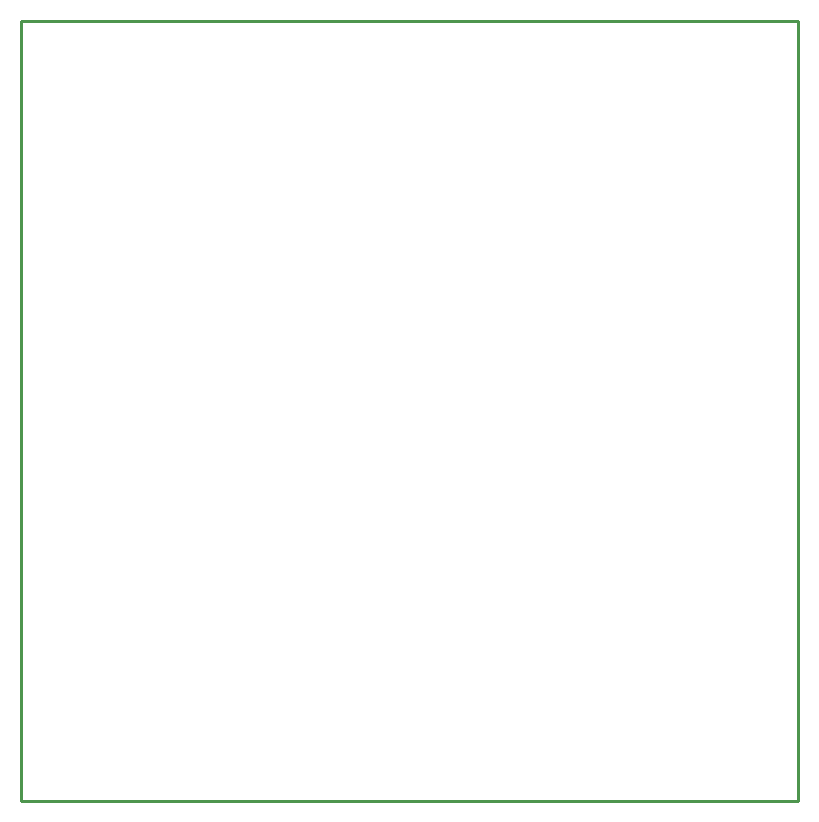
<source format=gko>
G04*
G04 #@! TF.GenerationSoftware,Altium Limited,Altium Designer,21.6.4 (81)*
G04*
G04 Layer_Color=16711935*
%FSLAX25Y25*%
%MOIN*%
G70*
G04*
G04 #@! TF.SameCoordinates,8AD03C7C-95CA-41BD-B497-73EC2F137F48*
G04*
G04*
G04 #@! TF.FilePolarity,Positive*
G04*
G01*
G75*
%ADD10C,0.01000*%
D10*
X235500Y234000D02*
X494500D01*
X235500Y494000D02*
X494500D01*
Y234000D02*
Y494000D01*
X235500Y234000D02*
Y494000D01*
M02*

</source>
